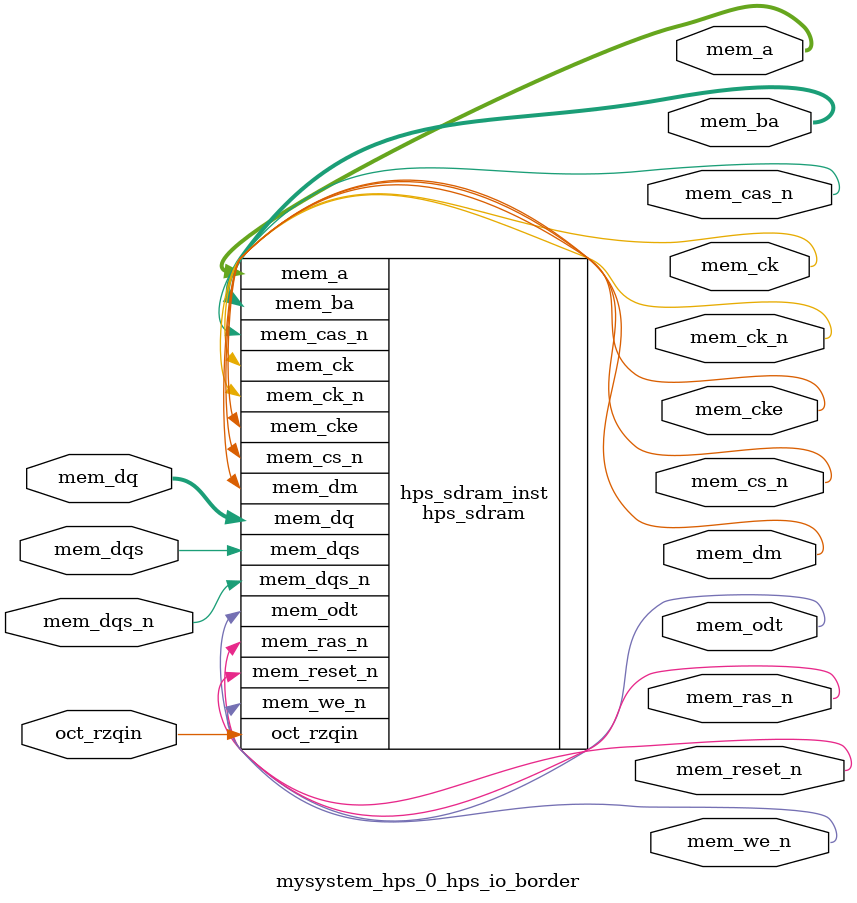
<source format=sv>


module mysystem_hps_0_hps_io_border(
// memory
  output wire [13 - 1 : 0 ] mem_a
 ,output wire [3 - 1 : 0 ] mem_ba
 ,output wire [1 - 1 : 0 ] mem_ck
 ,output wire [1 - 1 : 0 ] mem_ck_n
 ,output wire [1 - 1 : 0 ] mem_cke
 ,output wire [1 - 1 : 0 ] mem_cs_n
 ,output wire [1 - 1 : 0 ] mem_ras_n
 ,output wire [1 - 1 : 0 ] mem_cas_n
 ,output wire [1 - 1 : 0 ] mem_we_n
 ,output wire [1 - 1 : 0 ] mem_reset_n
 ,inout wire [8 - 1 : 0 ] mem_dq
 ,inout wire [1 - 1 : 0 ] mem_dqs
 ,inout wire [1 - 1 : 0 ] mem_dqs_n
 ,output wire [1 - 1 : 0 ] mem_odt
 ,output wire [1 - 1 : 0 ] mem_dm
 ,input wire [1 - 1 : 0 ] oct_rzqin
);


hps_sdram hps_sdram_inst(
 .mem_dq({
    mem_dq[7:0] // 7:0
  })
,.mem_odt({
    mem_odt[0:0] // 0:0
  })
,.mem_ras_n({
    mem_ras_n[0:0] // 0:0
  })
,.mem_dqs_n({
    mem_dqs_n[0:0] // 0:0
  })
,.mem_dqs({
    mem_dqs[0:0] // 0:0
  })
,.mem_dm({
    mem_dm[0:0] // 0:0
  })
,.mem_we_n({
    mem_we_n[0:0] // 0:0
  })
,.mem_cas_n({
    mem_cas_n[0:0] // 0:0
  })
,.mem_ba({
    mem_ba[2:0] // 2:0
  })
,.mem_a({
    mem_a[12:0] // 12:0
  })
,.mem_cs_n({
    mem_cs_n[0:0] // 0:0
  })
,.mem_ck({
    mem_ck[0:0] // 0:0
  })
,.mem_cke({
    mem_cke[0:0] // 0:0
  })
,.oct_rzqin({
    oct_rzqin[0:0] // 0:0
  })
,.mem_reset_n({
    mem_reset_n[0:0] // 0:0
  })
,.mem_ck_n({
    mem_ck_n[0:0] // 0:0
  })
);

endmodule


</source>
